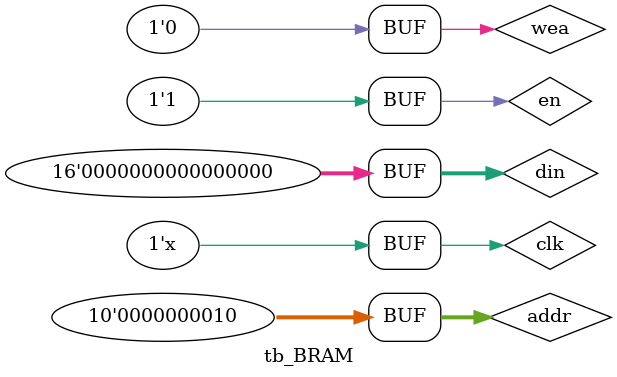
<source format=v>
`timescale 1ns / 1ps


module tb_BRAM();
    reg         clk,en;
    reg[9:0]    addr;
    reg[0:0]    wea;
    reg[15:0]   din;
    
    wire[15:0]  dout;
    
    blk_mem_gen_0 bra (
        .clka(clk),
        .ena(en),
        .wea(wea),
        .addra(addr),
        .dina(din),
        .douta(dout)
    );
    
    initial begin
        clk = 0;
        en = 1;
        wea =0;
        din = 4'h0;
        addr = 4'h0;
        #20;
        //en = 1;
        #20;
        addr = 4'h1;
        #20;
        addr=2;
    end
    always #20 clk = ~clk;
    
endmodule

</source>
